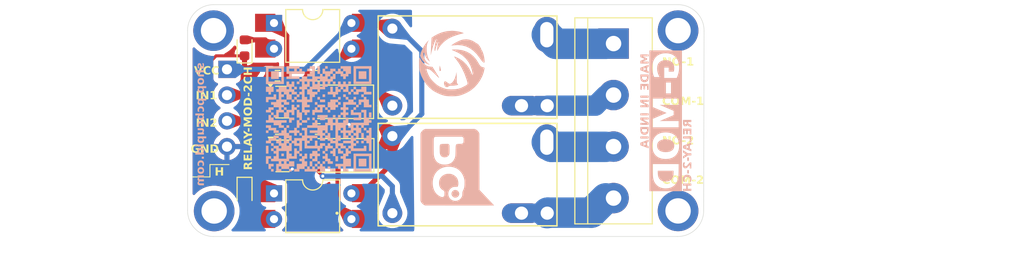
<source format=kicad_pcb>
(kicad_pcb (version 20241229) (generator "pcbnew") (generator_version "9.0")
  (title_block (title "PCBCUPID-RELAY-2CH") (date "2024-10-24") (rev "V1") (company "PCBCUPID") (comment 1 "AUTHOR : KARTHICK R"))
  (layers (0 "F.Cu" signal) (2 "B.Cu" signal) (13 "F.Paste" user) (15 "B.Paste" user) (5 "F.SilkS" user "F.Silkscreen") (7 "B.SilkS" user "B.Silkscreen") (1 "F.Mask" user) (3 "B.Mask" user) (25 "Edge.Cuts" user))
  (net 0 "")
  (net 1 "Net-(D1-A)")
  (net 2 "VCC")
  (net 3 "GND")
  (net 4 "Net-(D2-A)")
  (net 5 "Net-(D3-A)")
  (net 6 "Net-(D4-A)")
  (net 7 "/IN1")
  (net 8 "/IN2")
  (net 9 "/COM2")
  (net 10 "/COM1")
  (net 11 "/NO1")
  (net 12 "/NO2")
  (net 13 "Net-(Q1-B)")
  (net 14 "Net-(Q2-B)")
  (net 15 "Net-(R1-Pad2)")
  (net 16 "Net-(R2-Pad1)")
  (net 17 "Net-(R3-Pad2)")
  (net 18 "Net-(R4-Pad1)")
  (footprint "Package_TO_SOT_SMD:SOT-23" (layer "F.Cu") (at 85.637494 84.43017)
    (property "Reference" "Q1" (hide yes))
    (property "Value" "MMBT3904")
    (pad "1" smd roundrect (at -0.9375 -0.95) (size 1.475 0.6) (layers "F.Cu" "F.Mask" "F.Paste") (net 13 "Net-(Q1-B)"))
    (pad "2" smd roundrect (at -0.9375 0.95) (size 1.475 0.6) (layers "F.Cu" "F.Mask" "F.Paste") (net 3 "GND"))
    (pad "3" smd roundrect (at 0.9375 0) (size 1.475 0.6) (layers "F.Cu" "F.Mask" "F.Paste") (net 1 "Net-(D1-A)"))
  )
  (footprint "TerminalBlock:TerminalBlock_bornier-4_P5.08mm" (layer "F.Cu") (at 118.243893 78.656569 -90)
    (property "Reference" "J2" (hide yes))
    (property "Value" "Screw_Terminal_01x04")
    (pad "1" thru_hole rect (at 0 0 270) (size 3 3) (drill 1.52) (layers "*.Cu" "*.Mask") (net 11 "/NO1"))
    (pad "2" thru_hole circle (at 5.08 0 270) (size 3 3) (drill 1.52) (layers "*.Cu" "*.Mask") (net 10 "/COM1"))
    (pad "3" thru_hole circle (at 10.16 0 270) (size 3 3) (drill 1.52) (layers "*.Cu" "*.Mask") (net 12 "/NO2"))
    (pad "4" thru_hole circle (at 15.24 0 270) (size 3 3) (drill 1.52) (layers "*.Cu" "*.Mask") (net 9 "/COM2"))
  )
  (footprint "Resistor_SMD:R_0603_1608Metric" (layer "F.Cu") (at 85.174994 81.83017)
    (property "Reference" "R1" (hide yes))
    (property "Value" "330R")
    (pad "1" smd roundrect (at -0.825 0) (size 0.8 0.95) (layers "F.Cu" "F.Mask" "F.Paste") (net 7 "/IN1"))
    (pad "2" smd roundrect (at 0.825 0) (size 0.8 0.95) (layers "F.Cu" "F.Mask" "F.Paste") (net 15 "Net-(R1-Pad2)"))
  )
  (footprint "Resistor_SMD:R_0603_1608Metric" (layer "F.Cu") (at 89.074994 81.83017 180)
    (property "Reference" "R2" (hide yes))
    (property "Value" "1K")
    (pad "1" smd roundrect (at -0.825 0 180) (size 0.8 0.95) (layers "F.Cu" "F.Mask" "F.Paste") (net 16 "Net-(R2-Pad1)"))
    (pad "2" smd roundrect (at 0.825 0 180) (size 0.8 0.95) (layers "F.Cu" "F.Mask" "F.Paste") (net 13 "Net-(Q1-B)"))
  )
  (footprint "pcp-kicad_lib:HF32FA-G" (layer "F.Cu") (at 96.474994 95.38017)
    (property "Reference" "K2" (hide yes))
    (property "Value" "HF32FA-G-005-HSL1" (hide yes))
    (pad "11" thru_hole oval (at 15.2 -7 90) (size 3.5 2.5) (drill oval 2.5 1.3) (layers "*.Cu" "*.Mask") (net 12 "/NO2"))
    (pad "14" thru_hole oval (at 12.71 0 90) (size 1.9304 3.8608) (drill 1.3) (layers "*.Cu" "*.Mask") (net 9 "/COM2"))
    (pad "14" thru_hole oval (at 15.24 0 90) (size 1.9304 3.8608) (drill 1.3) (layers "*.Cu" "*.Mask") (net 9 "/COM2"))
    (pad "A1" thru_hole circle (at 0 0) (size 1.95 1.95) (drill 1) (layers "*.Cu" "*.Mask") (net 5 "Net-(D3-A)"))
    (pad "A2" thru_hole circle (at 0 -7.6) (size 1.95 1.95) (drill 1) (layers "*.Cu" "*.Mask") (net 2 "VCC"))
  )
  (footprint "LED_SMD:LED_0603_1608Metric" (layer "F.Cu") (at 81.924994 79.08017 90)
    (property "Reference" "D2" (hide yes))
    (property "Value" "LED-R")
    (pad "1" smd roundrect (at -0.7875 0 90) (size 0.875 0.95) (layers "F.Cu" "F.Mask" "F.Paste") (net 3 "GND"))
    (pad "2" smd roundrect (at 0.7875 0 90) (size 0.875 0.95) (layers "F.Cu" "F.Mask" "F.Paste") (net 4 "Net-(D2-A)"))
  )
  (footprint "640456_3:SMDIP-4_W9.53mm" (layer "F.Cu") (at 88.724994 77.88017)
    (property "Reference" "U1" (hide yes))
    (property "Value" "EL817")
    (pad "1" smd rect (at -4.765 -1.27) (size 2 1.78) (layers "F.Cu" "F.Mask" "F.Paste") (net 15 "Net-(R1-Pad2)"))
    (pad "1" thru_hole rect (at -3.9 -1.25) (size 1.6 1.6) (drill 0.8) (layers "*.Cu" "*.Mask") (net 15 "Net-(R1-Pad2)"))
    (pad "2" smd rect (at -4.765 1.27) (size 2 1.78) (layers "F.Cu" "F.Mask" "F.Paste") (net 4 "Net-(D2-A)"))
    (pad "2" thru_hole oval (at -3.9 1.29) (size 1.6 1.6) (drill 0.8) (layers "*.Cu" "*.Mask") (net 4 "Net-(D2-A)"))
    (pad "3" thru_hole oval (at 3.72 1.29) (size 1.6 1.6) (drill 0.8) (layers "*.Cu" "*.Mask") (net 16 "Net-(R2-Pad1)"))
    (pad "3" smd rect (at 4.765 1.27) (size 2 1.78) (layers "F.Cu" "F.Mask" "F.Paste") (net 16 "Net-(R2-Pad1)"))
    (pad "4" thru_hole oval (at 3.72 -1.25) (size 1.6 1.6) (drill 0.8) (layers "*.Cu" "*.Mask") (net 2 "VCC"))
    (pad "4" smd rect (at 4.765 -1.27) (size 2 1.78) (layers "F.Cu" "F.Mask" "F.Paste") (net 2 "VCC"))
  )
  (footprint "640456_3:SMDIP-4_W9.53mm" (layer "F.Cu") (at 88.724994 94.68017)
    (property "Reference" "U2" (hide yes))
    (property "Value" "EL817")
    (pad "1" smd rect (at -4.765 -1.27) (size 2 1.78) (layers "F.Cu" "F.Mask" "F.Paste") (net 17 "Net-(R3-Pad2)"))
    (pad "1" thru_hole rect (at -3.9 -1.25) (size 1.6 1.6) (drill 0.8) (layers "*.Cu" "*.Mask") (net 17 "Net-(R3-Pad2)"))
    (pad "2" smd rect (at -4.765 1.27) (size 2 1.78) (layers "F.Cu" "F.Mask" "F.Paste") (net 6 "Net-(D4-A)"))
    (pad "2" thru_hole oval (at -3.9 1.29) (size 1.6 1.6) (drill 0.8) (layers "*.Cu" "*.Mask") (net 6 "Net-(D4-A)"))
    (pad "3" thru_hole oval (at 3.72 1.29) (size 1.6 1.6) (drill 0.8) (layers "*.Cu" "*.Mask") (net 18 "Net-(R4-Pad1)"))
    (pad "3" smd rect (at 4.765 1.27) (size 2 1.78) (layers "F.Cu" "F.Mask" "F.Paste") (net 18 "Net-(R4-Pad1)"))
    (pad "4" thru_hole oval (at 3.72 -1.25) (size 1.6 1.6) (drill 0.8) (layers "*.Cu" "*.Mask") (net 2 "VCC"))
    (pad "4" smd rect (at 4.765 -1.27) (size 2 1.78) (layers "F.Cu" "F.Mask" "F.Paste") (net 2 "VCC"))
  )
  (footprint "Resistor_SMD:R_0603_1608Metric" (layer "F.Cu") (at 89.124994 87.08017 180)
    (property "Reference" "R4" (hide yes))
    (property "Value" "1K")
    (pad "1" smd roundrect (at -0.825 0 180) (size 0.8 0.95) (layers "F.Cu" "F.Mask" "F.Paste") (net 18 "Net-(R4-Pad1)"))
    (pad "2" smd roundrect (at 0.825 0 180) (size 0.8 0.95) (layers "F.Cu" "F.Mask" "F.Paste") (net 14 "Net-(Q2-B)"))
  )
  (footprint "LED_SMD:LED_0603_1608Metric" (layer "F.Cu") (at 81.924994 93.33017 -90)
    (property "Reference" "D4" (hide yes))
    (property "Value" "LED-R")
    (pad "1" smd roundrect (at -0.7875 0 270) (size 0.875 0.95) (layers "F.Cu" "F.Mask" "F.Paste") (net 3 "GND"))
    (pad "2" smd roundrect (at 0.7875 0 270) (size 0.875 0.95) (layers "F.Cu" "F.Mask" "F.Paste") (net 6 "Net-(D4-A)"))
  )
  (footprint "pcp-kicad_lib:HF32FA-G" (layer "F.Cu") (at 96.474994 84.78017)
    (property "Reference" "K1" (hide yes))
    (property "Value" "HF32FA-G-005-HSL1")
    (pad "11" thru_hole oval (at 15.2 -7 90) (size 3.5 2.5) (drill oval 2.5 1.3) (layers "*.Cu" "*.Mask") (net 11 "/NO1"))
    (pad "14" thru_hole oval (at 12.71 0 90) (size 1.9304 3.8608) (drill 1.3) (layers "*.Cu" "*.Mask") (net 10 "/COM1"))
    (pad "14" thru_hole oval (at 15.24 0 90) (size 1.9304 3.8608) (drill 1.3) (layers "*.Cu" "*.Mask") (net 10 "/COM1"))
    (pad "A1" thru_hole circle (at 0 0) (size 1.95 1.95) (drill 1) (layers "*.Cu" "*.Mask") (net 1 "Net-(D1-A)"))
    (pad "A2" thru_hole circle (at 0 -7.6) (size 1.95 1.95) (drill 1) (layers "*.Cu" "*.Mask") (net 2 "VCC"))
  )
  (footprint "Package_TO_SOT_SMD:SOT-23" (layer "F.Cu") (at 85.662494 89.73017)
    (property "Reference" "Q2" (hide yes))
    (property "Value" "MMBT3904")
    (pad "1" smd roundrect (at -0.9375 -0.95) (size 1.475 0.6) (layers "F.Cu" "F.Mask" "F.Paste") (net 14 "Net-(Q2-B)"))
    (pad "2" smd roundrect (at -0.9375 0.95) (size 1.475 0.6) (layers "F.Cu" "F.Mask" "F.Paste") (net 3 "GND"))
    (pad "3" smd roundrect (at 0.9375 0) (size 1.475 0.6) (layers "F.Cu" "F.Mask" "F.Paste") (net 5 "Net-(D3-A)"))
  )
  (footprint "MountingHole:MountingHole_2.5mm_Pad" (layer "F.Cu") (at 124.594751 77.380076)
    (property "Reference" "REF**" (hide yes))
    (property "Value" "MountingHole_2.5mm_Pad")
    (pad "1" thru_hole circle (at 0 0) (size 4 4) (drill 2.5) (layers "*.Cu" "*.Mask"))
  )
  (footprint "Connector_PinHeader_2.54mm:PinHeader_1x04_P2.54mm_Vertical" (layer "F.Cu") (at 80.195794 81.20017)
    (property "Reference" "J1" (hide yes))
    (property "Value" "4 pin Input Connector")
    (pad "1" thru_hole rect (at 0 0) (size 1.7 1.7) (drill 1) (layers "*.Cu" "*.Mask") (net 2 "VCC"))
    (pad "2" thru_hole oval (at 0 2.54) (size 1.7 1.7) (drill 1) (layers "*.Cu" "*.Mask") (net 7 "/IN1"))
    (pad "3" thru_hole oval (at 0 5.08) (size 1.7 1.7) (drill 1) (layers "*.Cu" "*.Mask") (net 8 "/IN2"))
    (pad "4" thru_hole oval (at 0 7.62) (size 1.7 1.7) (drill 1) (layers "*.Cu" "*.Mask") (net 3 "GND"))
  )
  (footprint "MountingHole:MountingHole_2.5mm_Pad" (layer "F.Cu") (at 124.594686 95.160142)
    (property "Reference" "REF**" (hide yes))
    (property "Value" "MountingHole_2.5mm_Pad")
    (pad "1" thru_hole circle (at 0 0) (size 4 4) (drill 2.5) (layers "*.Cu" "*.Mask"))
  )
  (footprint "MountingHole:MountingHole_2.5mm_Pad" (layer "F.Cu") (at 78.935424 95.170142)
    (property "Reference" "REF**" (hide yes))
    (property "Value" "MountingHole_2.5mm_Pad")
    (pad "1" thru_hole circle (at 0 0) (size 4 4) (drill 2.5) (layers "*.Cu" "*.Mask"))
  )
  (footprint "Diode_SMD:D_SMA" (layer "F.Cu") (at 91.112494 84.40017 180)
    (property "Reference" "D1" (hide yes))
    (property "Value" "SS34")
    (pad "1" smd roundrect (at -2 0 180) (size 2.5 1.8) (layers "F.Cu" "F.Mask" "F.Paste") (roundrect_rratio 0.1388888889) (net 2 "VCC"))
    (pad "2" smd roundrect (at 2 0 180) (size 2.5 1.8) (layers "F.Cu" "F.Mask" "F.Paste") (roundrect_rratio 0.1388888889) (net 1 "Net-(D1-A)"))
  )
  (footprint "Resistor_SMD:R_0603_1608Metric" (layer "F.Cu") (at 85.199994 87.08017)
    (property "Reference" "R3" (hide yes))
    (property "Value" "330R")
    (pad "1" smd roundrect (at -0.825 0) (size 0.8 0.95) (layers "F.Cu" "F.Mask" "F.Paste") (net 8 "/IN2"))
    (pad "2" smd roundrect (at 0.825 0) (size 0.8 0.95) (layers "F.Cu" "F.Mask" "F.Paste") (net 17 "Net-(R3-Pad2)"))
  )
  (footprint "MountingHole:MountingHole_2.5mm_Pad" (layer "F.Cu") (at 78.874994 77.38017)
    (property "Reference" "REF**" (hide yes))
    (property "Value" "MountingHole_2.5mm_Pad")
    (pad "1" thru_hole circle (at 0 0) (size 4 4) (drill 2.5) (layers "*.Cu" "*.Mask"))
  )
  (footprint "Diode_SMD:D_SMA" (layer "F.Cu") (at 91.149994 89.68017 180)
    (property "Reference" "D3" (hide yes))
    (property "Value" "SS34")
    (pad "1" smd roundrect (at -2 0 180) (size 2.5 1.8) (layers "F.Cu" "F.Mask" "F.Paste") (roundrect_rratio 0.1388888889) (net 2 "VCC"))
    (pad "2" smd roundrect (at 2 0 180) (size 2.5 1.8) (layers "F.Cu" "F.Mask" "F.Paste") (roundrect_rratio 0.1388888889) (net 5 "Net-(D3-A)"))
  )
  (footprint "LOGO" (layer "B.Cu") (at 102.324994 80.63017 -90)
    (property "Reference" "G***" (hide yes))
    (property "Value" "LOGO" (hide yes))
  )
  (footprint "LOGO" (layer "B.Cu") (at 89.224994 86.08017 180)
    (property "Reference" "G***" (hide yes))
    (property "Value" "LOGO" (hide yes))
  )
  (footprint "LOGO" (layer "B.Cu") (at 102.864994 90.85017 -90)
    (property "Reference" "G***" (hide yes))
    (property "Value" "LOGO" (hide yes))
  )
  (gr_line (start 78.519394 91.80737) (end 78.519394 90.58817) (stroke (width 0.1)) (layer "F.SilkS"))
  (gr_line (start 76.842994 91.80737) (end 78.519394 91.80737) (stroke (width 0.1)) (layer "F.SilkS"))
  (gr_line (start 78.519394 90.58817) (end 80.398994 90.58817) (stroke (width 0.1)) (layer "F.SilkS"))
  (gr_arc (start 124.576605 74.82209) (mid 126.422506 75.590401) (end 127.152624 77.415955) (stroke (width 0.05)) (layer "Edge.Cuts"))
  (gr_line (start 124.529934 97.682088) (end 78.856875 97.681828) (stroke (width 0.05)) (layer "Edge.Cuts"))
  (gr_arc (start 78.856875 97.681828) (mid 77.054345 96.921059) (end 76.316652 95.10928) (stroke (width 0.05)) (layer "Edge.Cuts"))
  (gr_line (start 78.889433 74.822089) (end 124.576605 74.82209) (stroke (width 0.05)) (layer "Edge.Cuts"))
  (gr_arc (start 76.316911 77.36216) (mid 77.077616 75.559854) (end 78.889433 74.822089) (stroke (width 0.05)) (layer "Edge.Cuts"))
  (gr_line (start 127.152624 77.415955) (end 127.116289 95.152197) (stroke (width 0.05)) (layer "Edge.Cuts"))
  (gr_arc (start 127.116289 95.152197) (mid 126.346897 96.952984) (end 124.529934 97.682088) (stroke (width 0.05)) (layer "Edge.Cuts"))
  (gr_line (start 76.316652 95.10928) (end 76.316911 77.36216) (stroke (width 0.05)) (layer "Edge.Cuts"))
  (gr_text "COM-1" (at 123.020194 84.84777 0) (layer "F.SilkS") (effects (font (size 0.8 0.8) (thickness 0.16) (bold yes)) (justify left bottom)))
  (gr_text "NO-2" (at 123.020194 88.734436 0) (layer "F.SilkS") (effects (font (size 0.8 0.8) (thickness 0.16) (bold yes)) (justify left bottom)))
  (gr_text "COM-2" (at 123.020194 92.621104 0) (layer "F.SilkS") (effects (font (size 0.8 0.8) (thickness 0.16) (bold yes)) (justify left bottom)))
  (gr_text "NO-1" (at 123.020194 80.961104 0) (layer "F.SilkS") (effects (font (size 0.8 0.8) (thickness 0.16) (bold yes)) (justify left bottom)))
  (gr_text "IN1" (at 77.108726 84.28897 0) (layer "F.SilkS") (effects (font (size 0.8 0.8) (thickness 0.16) (bold yes)) (justify left bottom)))
  (gr_text "IN2" (at 77.123576 86.99897 0) (layer "F.SilkS") (effects (font (size 0.8 0.8) (thickness 0.16) (bold yes)) (justify left bottom)))
  (gr_text "VCC" (at 76.944594 81.83897 0) (layer "F.SilkS") (effects (font (size 0.8 0.8) (thickness 0.16) (bold yes)) (justify left bottom)))
  (gr_text "H" (at 78.976594 91.80737 0) (layer "F.SilkS") (effects (font (size 0.8 0.8) (thickness 0.16) (bold yes)) (justify left bottom)))
  (gr_text "GND\n" (at 76.618677 89.55897 0) (layer "F.SilkS") (effects (font (size 0.8 0.8) (thickness 0.16) (bold yes)) (justify left bottom)))
  (gr_text "RELAY-MOD-2CH" (at 82.786594 91.14697 90) (layer "F.SilkS") (effects (font (size 0.8 0.8) (thickness 0.2) (bold yes)) (justify left bottom)))
  (gr_text "shop.pcbcupid.com" (at 78.062194 80.52977 90) (layer "B.SilkS") (effects (font (size 0.8 0.8) (thickness 0.2) (bold yes)) (justify left bottom mirror)))
  (gr_text "RELAY-2-CH" (at 126.034996 86.08017 90) (layer "B.SilkS") (effects (font (size 0.8 0.8) (thickness 0.16) (bold yes)) (justify left bottom mirror)))
  (gr_text "MADE IN INDIA" (at 121.834996 79.62017 90) (layer "B.SilkS") (effects (font (size 0.8 0.8) (thickness 0.16) (bold yes)) (justify left bottom mirror)))
  (gr_text "G-MOD" (at 125.074994 86.28017 90) (layer "B.SilkS" knockout) (effects (font (size 2.5 2.5) (thickness 0.2) (bold yes)) (justify bottom mirror)))
  (segment (start 89.704994 84.40017) (end 91.724994 82.38017) (width 0.5) (layer "F.Cu") (net 1))
  (segment (start 94.074994 82.38017) (end 96.474994 84.78017) (width 0.5) (layer "F.Cu") (net 1))
  (segment (start 86.574994 84.43017) (end 89.082494 84.43017) (width 0.5) (layer "F.Cu") (net 1))
  (segment (start 91.724994 82.38017) (end 94.074994 82.38017) (width 0.5) (layer "F.Cu") (net 1))
  (segment (start 92.444994 76.63017) (end 95.924994 76.63017) (width 0.5) (layer "F.Cu") (net 2))
  (segment (start 95.924994 76.63017) (end 96.474994 77.18017) (width 0.5) (layer "F.Cu") (net 2))
  (segment (start 93.149994 89.68017) (end 94.574994 89.68017) (width 0.5) (layer "F.Cu") (net 2))
  (segment (start 94.574994 89.68017) (end 96.474994 87.78017) (width 0.5) (layer "F.Cu") (net 2))
  (segment (start 96.474994 87.78017) (end 96.474994 90.42517) (width 0.5) (layer "F.Cu") (net 2))
  (segment (start 96.474994 90.42517) (end 93.489994 93.41017) (width 0.5) (layer "F.Cu") (net 2))
  (segment (start 93.112494 84.41767) (end 96.474994 87.78017) (width 0.5) (layer "F.Cu") (net 2))
  (segment (start 96.975 77) (end 99.37 79.395) (width 0.5) (layer "B.Cu") (net 2))
  (segment (start 82.583394 81.19017) (end 82.573394 81.20017) (width 0.5) (layer "B.Cu") (net 2))
  (segment (start 87.884994 81.19017) (end 92.444994 76.63017) (width 0.5) (layer "B.Cu") (net 2))
  (segment (start 99.37 85.595164) (end 97.184994 87.78017) (width 0.5) (layer "B.Cu") (net 2))
  (segment (start 97.184994 87.78017) (end 96.474994 87.78017) (width 0.5) (layer "B.Cu") (net 2))
  (segment (start 99.37 79.395) (end 99.37 85.595164) (width 0.5) (layer "B.Cu") (net 2))
  (segment (start 82.583394 81.19017) (end 87.884994 81.19017) (width 0.5) (layer "B.Cu") (net 2))
  (segment (start 82.573394 81.20017) (end 80.195794 81.20017) (width 0.5) (layer "B.Cu") (net 2))
  (segment (start 79.128294 79.86767) (end 78.519394 80.47657) (width 0.3) (layer "F.Cu") (net 3))
  (segment (start 78.519394 80.47657) (end 78.519394 80.93617) (width 0.3) (layer "F.Cu") (net 3))
  (segment (start 81.924994 79.86767) (end 79.128294 79.86767) (width 0.3) (layer "F.Cu") (net 3))
  (via (at 92.224994 86.63017) (size 0.6) (drill 0.3) (layers "F.Cu" "B.Cu") (net 3))
  (via (at 86.624994 91.03017) (size 0.6) (drill 0.3) (layers "F.Cu" "B.Cu") (net 3))
  (segment (start 83.947494 78.29267) (end 84.824994 79.17017) (width 0.5) (layer "F.Cu") (net 4))
  (segment (start 81.924994 78.29267) (end 83.947494 78.29267) (width 0.5) (layer "F.Cu") (net 4))
  (segment (start 89.149994 89.68017) (end 89.149994 91.25517) (width 0.3) (layer "F.Cu") (net 5))
  (segment (start 86.599994 89.73017) (end 89.099994 89.73017) (width 0.3) (layer "F.Cu") (net 5))
  (segment (start 89.149994 91.25517) (end 89.624994 91.73017) (width 0.3) (layer "F.Cu") (net 5))
  (via (at 89.624994 91.73017) (size 0.6) (drill 0.3) (layers "F.Cu" "B.Cu") (net 5))
  (segment (start 96.474994 95.38017) (end 96.474994 92.73017) (width 0.5) (layer "B.Cu") (net 5))
  (segment (start 96.474994 92.73017) (end 95.474994 91.73017) (width 0.5) (layer "B.Cu") (net 5))
  (segment (start 95.474994 91.73017) (end 89.624994 91.73017) (width 0.5) (layer "B.Cu") (net 5))
  (segment (start 81.924994 94.11767) (end 83.777494 95.97017) (width 0.3) (layer "F.Cu") (net 6))
  (segment (start 83.777494 95.97017) (end 84.824994 95.97017) (width 0.3) (layer "F.Cu") (net 6))
  (segment (start 82.439994 83.74017) (end 84.349994 81.83017) (width 0.5) (layer "F.Cu") (net 7))
  (segment (start 80.195794 83.74017) (end 82.439994 83.74017) (width 0.5) (layer "F.Cu") (net 7))
  (segment (start 83.574994 86.28017) (end 84.374994 87.08017) (width 0.5) (layer "F.Cu") (net 8))
  (segment (start 80.195794 86.28017) (end 83.574994 86.28017) (width 0.5) (layer "F.Cu") (net 8))
  (segment (start 111.764994 95.33017) (end 116.064994 95.33017) (width 3) (layer "B.Cu") (net 9))
  (segment (start 111.714994 95.38017) (end 111.764994 95.33017) (width 3) (layer "B.Cu") (net 9))
  (segment (start 116.064994 95.33017) (end 117.474994 93.92017) (width 3) (layer "B.Cu") (net 9))
  (segment (start 116.454994 84.78017) (end 117.474994 83.76017) (width 2) (layer "B.Cu") (net 10))
  (segment (start 111.714994 84.78017) (end 116.454994 84.78017) (width 2) (layer "B.Cu") (net 10))
  (segment (start 117.474994 78.68017) (end 112.574994 78.68017) (width 3) (layer "B.Cu") (net 11))
  (segment (start 112.574994 78.68017) (end 111.674994 77.78017) (width 3) (layer "B.Cu") (net 11))
  (segment (start 117.284994 89.03017) (end 117.474994 88.84017) (width 2) (layer "B.Cu") (net 12))
  (segment (start 117.474994 88.84017) (end 112.134994 88.84017) (width 3) (layer "B.Cu") (net 12))
  (segment (start 112.134994 88.84017) (end 111.674994 88.38017) (width 3) (layer "B.Cu") (net 12))
  (segment (start 84.699994 83.48017) (end 86.599994 83.48017) (width 0.5) (layer "F.Cu") (net 13))
  (segment (start 86.599994 83.48017) (end 88.249994 81.83017) (width 0.5) (layer "F.Cu") (net 13))
  (segment (start 86.599994 88.78017) (end 84.724994 88.78017) (width 0.3) (layer "F.Cu") (net 14))
  (segment (start 88.299994 87.08017) (end 86.599994 88.78017) (width 0.3) (layer "F.Cu") (net 14))
  (segment (start 86.074994 81.75517) (end 86.074994 77.88017) (width 0.5) (layer "F.Cu") (net 15))
  (segment (start 86.074994 77.88017) (end 84.824994 76.63017) (width 0.5) (layer "F.Cu") (net 15))
  (segment (start 89.899994 81.71517) (end 92.444994 79.17017) (width 0.5) (layer "F.Cu") (net 16))
  (segment (start 83.274994 91.88017) (end 84.824994 93.43017) (width 0.3) (layer "F.Cu") (net 17))
  (segment (start 85.074994 88.13017) (end 86.024994 87.18017) (width 0.3) (layer "F.Cu") (net 17))
  (segment (start 85.074994 88.13017) (end 83.926232 88.13017) (width 0.3) (layer "F.Cu") (net 17))
  (segment (start 83.926232 88.13017) (end 83.274994 88.781408) (width 0.3) (layer "F.Cu") (net 17))
  (segment (start 83.274994 88.781408) (end 83.274994 91.88017) (width 0.3) (layer "F.Cu") (net 17))
  (segment (start 89.949994 87.08017) (end 91.124994 88.25517) (width 0.5) (layer "F.Cu") (net 18))
  (segment (start 91.124994 88.25517) (end 91.124994 94.65017) (width 0.5) (layer "F.Cu") (net 18))
  (segment (start 91.124994 94.65017) (end 92.444994 95.97017) (width 0.5) (layer "F.Cu") (net 18))
  (zone (net 3) (net_name "GND") (layers "F.Cu" "B.Cu") (connect_pads (clearance 0.5)) (min_thickness 0.25) (fill yes (thermal_gap 0.5) (thermal_bridge_width 0.5))
    (polygon (pts (xy 98.39 74.36) (xy 98.64 96.87) (xy 98.524994 98.08017) (xy 75.49 97.98) (xy 75.33 97.82) (xy 75.33 75.17) (xy 76.09 74.41)))
  )
)
</source>
